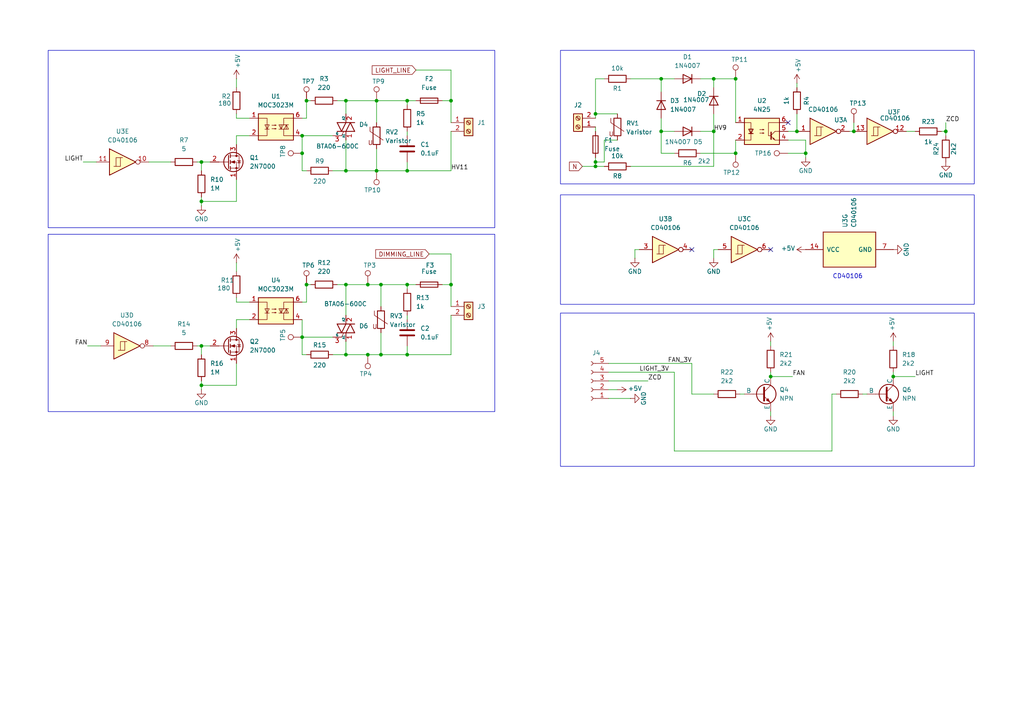
<source format=kicad_sch>
(kicad_sch (version 20250114) (generator "eeschema") (generator_version "9.0")
  (paper "A4")
  (title_block (title "Dimmer PCB") (date "2025-12-28") (rev "V0"))
  (lib_symbols
    (symbol "74xx:74HC14" (pin_names (offset 1.016))
      (property "Reference" "U" (at 0 1.27 0))
      (property "Value" "74HC14" (at 0 -1.27 0))
      (symbol "74HC14_1_0"
        (pin input line (at -7.62 0 0) (length 3.81) (name "~") (number "1"))
        (pin output inverted (at 7.62 0 180) (length 3.81) (name "~") (number "2"))
      )
      (symbol "74HC14_2_0"
        (pin input line (at -7.62 0 0) (length 3.81) (name "~") (number "3"))
        (pin output inverted (at 7.62 0 180) (length 3.81) (name "~") (number "4"))
      )
      (symbol "74HC14_3_0"
        (pin input line (at -7.62 0 0) (length 3.81) (name "~") (number "5"))
        (pin output inverted (at 7.62 0 180) (length 3.81) (name "~") (number "6"))
      )
      (symbol "74HC14_4_0"
        (pin input line (at -7.62 0 0) (length 3.81) (name "~") (number "9"))
        (pin output inverted (at 7.62 0 180) (length 3.81) (name "~") (number "8"))
      )
      (symbol "74HC14_5_0"
        (pin input line (at -7.62 0 0) (length 3.81) (name "~") (number "11"))
        (pin output inverted (at 7.62 0 180) (length 3.81) (name "~") (number "10"))
      )
      (symbol "74HC14_6_0"
        (pin input line (at -7.62 0 0) (length 3.81) (name "~") (number "13"))
        (pin output inverted (at 7.62 0 180) (length 3.81) (name "~") (number "12"))
      )
      (symbol "74HC14_7_0"
        (pin power_in line (at 0 12.7 270) (length 5.08) (name "VCC") (number "14"))
        (pin power_in line (at 0 -12.7 90) (length 5.08) (name "GND") (number "7"))
      )
    )
    (symbol "Connector:Conn_01x05_Socket" (pin_names (offset 1.016) (hide yes))
      (property "Reference" "J" (at 0 7.62 0))
      (property "Value" "Conn_01x05_Socket" (at 0 -7.62 0))
      (symbol "Conn_01x05_Socket_1_1"
        (pin passive line (at -5.08 5.08 0) (length 3.81) (name "Pin_1") (number "1"))
        (pin passive line (at -5.08 2.54 0) (length 3.81) (name "Pin_2") (number "2"))
        (pin passive line (at -5.08 0 0) (length 3.81) (name "Pin_3") (number "3"))
        (pin passive line (at -5.08 -2.54 0) (length 3.81) (name "Pin_4") (number "4"))
        (pin passive line (at -5.08 -5.08 0) (length 3.81) (name "Pin_5") (number "5"))
      )
    )
    (symbol "Connector:Screw_Terminal_01x02" (pin_names (offset 1.016) (hide yes))
      (property "Reference" "J" (at 0 2.54 0))
      (property "Value" "Screw_Terminal_01x02" (at 0 -5.08 0))
      (symbol "Screw_Terminal_01x02_1_1"
        (pin passive line (at -5.08 0 0) (length 3.81) (name "Pin_1") (number "1"))
        (pin passive line (at -5.08 -2.54 0) (length 3.81) (name "Pin_2") (number "2"))
      )
    )
    (symbol "Connector:TestPoint" (pin_numbers (hide yes)) (pin_names (offset 0.762) (hide yes))
      (property "Reference" "TP" (at 0 6.858 0))
      (property "Value" "TestPoint" (at 0 5.08 0))
      (symbol "TestPoint_1_1"
        (pin passive line (at 0 0 90) (length 2.54) (name "1") (number "1"))
      )
    )
    (symbol "Device:C" (pin_numbers (hide yes)) (pin_names (offset 0.254))
      (property "Reference" "C" (at 0.635 2.54 0))
      (property "Value" "C" (at 0.635 -2.54 0))
      (symbol "C_1_1"
        (pin passive line (at 0 3.81 270) (length 2.794) (name "~") (number "1"))
        (pin passive line (at 0 -3.81 90) (length 2.794) (name "~") (number "2"))
      )
    )
    (symbol "Device:Fuse" (pin_numbers (hide yes)) (pin_names (offset 0))
      (property "Reference" "F" (at 2.032 0 90))
      (property "Value" "Fuse" (at -1.905 0 90))
      (symbol "Fuse_1_1"
        (pin passive line (at 0 3.81 270) (length 1.27) (name "~") (number "1"))
        (pin passive line (at 0 -3.81 90) (length 1.27) (name "~") (number "2"))
      )
    )
    (symbol "Device:R" (pin_numbers (hide yes)) (pin_names (offset 0))
      (property "Reference" "R" (at 2.032 0 90))
      (property "Value" "R" (at 0 0 90))
      (symbol "R_1_1"
        (pin passive line (at 0 3.81 270) (length 1.27) (name "~") (number "1"))
        (pin passive line (at 0 -3.81 90) (length 1.27) (name "~") (number "2"))
      )
    )
    (symbol "Device:Varistor" (pin_numbers (hide yes)) (pin_names (offset 0))
      (property "Reference" "RV" (at 3.175 0 90))
      (property "Value" "Varistor" (at -3.175 0 90))
      (symbol "Varistor_0_0"
        (text "U" (at -1.778 -2.032 0) (effects (font (size 1.27 1.27))))
      )
      (symbol "Varistor_1_1"
        (pin passive line (at 0 3.81 270) (length 1.27) (name "~") (number "1"))
        (pin passive line (at 0 -3.81 90) (length 1.27) (name "~") (number "2"))
      )
    )
    (symbol "Diode:1N4007" (pin_numbers (hide yes)) (pin_names (hide yes))
      (property "Reference" "D" (at 0 2.54 0))
      (property "Value" "1N4007" (at 0 -2.54 0))
      (symbol "1N4007_1_1"
        (pin passive line (at -3.81 0 0) (length 2.54) (name "K") (number "1"))
        (pin passive line (at 3.81 0 180) (length 2.54) (name "A") (number "2"))
      )
    )
    (symbol "Isolator:4N25" (pin_names (offset 1.016))
      (property "Reference" "U" (at -5.08 5.08 0))
      (property "Value" "4N25" (at 0 5.08 0))
      (symbol "4N25_1_1"
        (pin passive line (at -7.62 2.54 0) (length 2.54) (name "~") (number "1"))
        (pin passive line (at -7.62 -2.54 0) (length 2.54) (name "~") (number "2"))
        (pin no_connect line (at -5.08 0 0) (length 2.54) (hide yes) (name "NC") (number "3"))
        (pin passive line (at 7.62 2.54 180) (length 2.54) (name "~") (number "6"))
        (pin passive line (at 7.62 0 180) (length 2.54) (name "~") (number "5"))
        (pin passive line (at 7.62 -2.54 180) (length 2.54) (name "~") (number "4"))
      )
    )
    (symbol "Relay_SolidState:MOC3023M"
      (property "Reference" "U" (at -5.334 4.826 0))
      (property "Value" "MOC3023M" (at 0 5.08 0))
      (symbol "MOC3023M_1_1"
        (pin passive line (at -7.62 2.54 0) (length 2.54) (name "~") (number "1"))
        (pin passive line (at -7.62 -2.54 0) (length 2.54) (name "~") (number "2"))
        (pin no_connect line (at -5.08 0 0) (length 2.54) (hide yes) (name "NC") (number "3"))
        (pin no_connect line (at 5.08 0 180) (length 2.54) (hide yes) (name "NC") (number "5"))
        (pin passive line (at 7.62 2.54 180) (length 2.54) (name "~") (number "6"))
        (pin passive line (at 7.62 -2.54 180) (length 2.54) (name "~") (number "4"))
      )
    )
    (symbol "Simulation_SPICE:NPN" (pin_numbers (hide yes)) (pin_names (offset 0))
      (property "Reference" "Q" (at -2.54 7.62 0))
      (property "Value" "NPN" (at -2.54 5.08 0))
      (symbol "NPN_1_1"
        (pin input line (at -5.08 0 0) (length 2.54) (name "B") (number "2"))
        (pin open_collector line (at 2.54 5.08 270) (length 2.54) (name "C") (number "1"))
        (pin open_emitter line (at 2.54 -5.08 90) (length 2.54) (name "E") (number "3"))
      )
    )
    (symbol "Transistor_FET:2N7000" (pin_names (hide yes))
      (property "Reference" "Q" (at 5.08 1.905 0))
      (property "Value" "2N7000" (at 5.08 0 0))
      (symbol "2N7000_1_1"
        (pin input line (at -5.08 0 0) (length 2.54) (name "G") (number "2"))
        (pin passive line (at 2.54 5.08 270) (length 2.54) (name "D") (number "3"))
        (pin passive line (at 2.54 -5.08 90) (length 2.54) (name "S") (number "1"))
      )
    )
    (symbol "Triac_Thyristor:Generic_Triac_A1A2G" (pin_names (offset 0))
      (property "Reference" "D" (at 3.175 0.635 0))
      (property "Value" "Generic_Triac_A1A2G" (at 3.175 -1.27 0))
      (symbol "Generic_Triac_A1A2G_1_1"
        (pin input line (at -3.81 -2.54 0) (length 2.54) (name "G") (number "3"))
        (pin passive line (at 0 3.81 270) (length 2.54) (name "A2") (number "2"))
        (pin passive line (at 0 -3.81 90) (length 2.54) (name "A1") (number "1"))
      )
    )
    (symbol "power:+5V" (power) (pin_numbers (hide yes)) (pin_names (offset 0) (hide yes))
      (property "Value" "+5V" (at 0 3.556 0))
      (symbol "+5V_1_1"
        (pin power_in line (at 0 0 90) (length 0) (name "~") (number "1"))
      )
    )
    (symbol "power:GND" (power) (pin_numbers (hide yes)) (pin_names (offset 0) (hide yes))
      (property "Value" "GND" (at 0 -3.81 0))
      (symbol "GND_1_1"
        (pin power_in line (at 0 0 270) (length 0) (name "~") (number "1"))
      )
    )
  )
  (rectangle (start 13.97 67.945) (end 143.51 119.38))
  (rectangle (start 13.97 14.605) (end 143.51 66.04))
  (rectangle (start 162.56 14.605) (end 282.575 53.34))
  (rectangle (start 162.56 90.805) (end 282.575 135.255))
  (rectangle (start 162.56 56.515) (end 282.575 88.265))
  (text "CD40106" (at 245.872 80.264 0) (effects (font (size 1.27 1.27))))
  (junction (at 106.68 102.87))
  (junction (at 191.77 38.1))
  (junction (at 58.42 111.76))
  (junction (at 207.01 38.1))
  (junction (at 87.63 97.79))
  (junction (at 231.14 38.1))
  (junction (at 118.11 82.55))
  (junction (at 100.33 49.53))
  (junction (at 130.81 29.21))
  (junction (at 100.33 29.21))
  (junction (at 87.63 44.45))
  (junction (at 247.65 38.1))
  (junction (at 88.9 29.21))
  (junction (at 233.68 44.45))
  (junction (at 223.52 109.22))
  (junction (at 58.42 46.99))
  (junction (at 118.11 49.53))
  (junction (at 118.11 102.87))
  (junction (at 88.9 82.55))
  (junction (at 172.72 48.26))
  (junction (at 87.63 39.37))
  (junction (at 118.11 29.21))
  (junction (at 100.33 102.87))
  (junction (at 109.22 29.21))
  (junction (at 109.22 49.53))
  (junction (at 58.42 58.42))
  (junction (at 100.33 82.55))
  (junction (at 274.32 38.1))
  (junction (at 259.08 109.22))
  (junction (at 172.72 46.99))
  (junction (at 207.01 22.86))
  (junction (at 58.42 100.33))
  (junction (at 110.49 102.87))
  (junction (at 130.81 82.55))
  (junction (at 213.36 22.86))
  (junction (at 213.36 44.45))
  (junction (at 106.68 82.55))
  (junction (at 172.72 33.02))
  (junction (at 191.77 22.86))
  (junction (at 110.49 82.55))
  (no_connect (at 223.52 72.39))
  (no_connect (at 200.66 72.39))
  (no_connect (at 228.6 35.56))
  (wire (pts (xy 195.58 107.95) (xy 176.53 107.95)))
  (wire (pts (xy 130.81 88.9) (xy 130.81 82.55)))
  (wire (pts (xy 87.63 97.79) (xy 87.63 92.71)))
  (wire (pts (xy 273.05 38.1) (xy 274.32 38.1)))
  (wire (pts (xy 191.77 44.45) (xy 195.58 44.45)))
  (wire (pts (xy 68.58 34.29) (xy 72.39 34.29)))
  (wire (pts (xy 88.9 49.53) (xy 87.63 49.53)))
  (wire (pts (xy 182.88 115.57) (xy 176.53 115.57)))
  (wire (pts (xy 207.01 72.39) (xy 207.01 74.93)))
  (wire (pts (xy 182.88 48.26) (xy 207.01 48.26)))
  (wire (pts (xy 118.11 46.99) (xy 118.11 49.53)))
  (wire (pts (xy 191.77 34.29) (xy 191.77 38.1)))
  (wire (pts (xy 109.22 43.18) (xy 109.22 49.53)))
  (wire (pts (xy 88.9 87.63) (xy 88.9 82.55)))
  (wire (pts (xy 58.42 102.87) (xy 58.42 100.33)))
  (wire (pts (xy 130.81 91.44) (xy 130.81 102.87)))
  (wire (pts (xy 124.46 73.66) (xy 130.81 73.66)))
  (wire (pts (xy 191.77 44.45) (xy 191.77 38.1)))
  (wire (pts (xy 97.79 82.55) (xy 100.33 82.55)))
  (wire (pts (xy 100.33 49.53) (xy 109.22 49.53)))
  (wire (pts (xy 179.07 40.64) (xy 175.26 40.64)))
  (wire (pts (xy 228.6 44.45) (xy 233.68 44.45)))
  (wire (pts (xy 231.14 33.02) (xy 231.14 38.1)))
  (wire (pts (xy 195.58 107.95) (xy 195.58 130.81)))
  (wire (pts (xy 57.15 100.33) (xy 58.42 100.33)))
  (wire (pts (xy 58.42 110.49) (xy 58.42 111.76)))
  (wire (pts (xy 87.63 34.29) (xy 88.9 34.29)))
  (wire (pts (xy 200.66 105.41) (xy 200.66 114.3)))
  (wire (pts (xy 58.42 100.33) (xy 60.96 100.33)))
  (wire (pts (xy 110.49 82.55) (xy 118.11 82.55)))
  (wire (pts (xy 130.81 20.32) (xy 130.81 29.21)))
  (wire (pts (xy 184.15 72.39) (xy 185.42 72.39)))
  (wire (pts (xy 130.81 102.87) (xy 118.11 102.87)))
  (wire (pts (xy 100.33 29.21) (xy 100.33 33.02)))
  (wire (pts (xy 96.52 102.87) (xy 100.33 102.87)))
  (wire (pts (xy 87.63 39.37) (xy 87.63 44.45)))
  (wire (pts (xy 68.58 22.86) (xy 68.58 25.4)))
  (wire (pts (xy 223.52 109.22) (xy 229.87 109.22)))
  (wire (pts (xy 176.53 113.03) (xy 179.07 113.03)))
  (wire (pts (xy 88.9 102.87) (xy 87.63 102.87)))
  (wire (pts (xy 213.36 35.56) (xy 213.36 22.86)))
  (wire (pts (xy 233.68 44.45) (xy 233.68 45.72)))
  (wire (pts (xy 274.32 38.1) (xy 274.32 39.37)))
  (wire (pts (xy 88.9 82.55) (xy 90.17 82.55)))
  (wire (pts (xy 87.63 97.79) (xy 96.52 97.79)))
  (wire (pts (xy 58.42 49.53) (xy 58.42 46.99)))
  (wire (pts (xy 187.96 110.49) (xy 176.53 110.49)))
  (wire (pts (xy 118.11 83.82) (xy 118.11 82.55)))
  (wire (pts (xy 100.33 40.64) (xy 100.33 49.53)))
  (wire (pts (xy 130.81 49.53) (xy 118.11 49.53)))
  (wire (pts (xy 25.4 100.33) (xy 29.21 100.33)))
  (wire (pts (xy 106.68 102.87) (xy 110.49 102.87)))
  (wire (pts (xy 44.45 100.33) (xy 49.53 100.33)))
  (wire (pts (xy 68.58 105.41) (xy 68.58 111.76)))
  (wire (pts (xy 110.49 82.55) (xy 110.49 88.9)))
  (wire (pts (xy 241.3 114.3) (xy 242.57 114.3)))
  (wire (pts (xy 195.58 130.81) (xy 241.3 130.81)))
  (wire (pts (xy 207.01 33.02) (xy 207.01 38.1)))
  (wire (pts (xy 68.58 92.71) (xy 72.39 92.71)))
  (wire (pts (xy 262.89 38.1) (xy 265.43 38.1)))
  (wire (pts (xy 87.63 87.63) (xy 88.9 87.63)))
  (wire (pts (xy 68.58 39.37) (xy 72.39 39.37)))
  (wire (pts (xy 213.36 22.86) (xy 207.01 22.86)))
  (wire (pts (xy 223.52 119.38) (xy 223.52 120.65)))
  (wire (pts (xy 120.65 29.21) (xy 118.11 29.21)))
  (wire (pts (xy 259.08 119.38) (xy 259.08 120.65)))
  (wire (pts (xy 203.2 44.45) (xy 213.36 44.45)))
  (wire (pts (xy 109.22 49.53) (xy 118.11 49.53)))
  (wire (pts (xy 130.81 35.56) (xy 130.81 29.21)))
  (wire (pts (xy 58.42 57.15) (xy 58.42 58.42)))
  (wire (pts (xy 87.63 102.87) (xy 87.63 97.79)))
  (wire (pts (xy 68.58 39.37) (xy 68.58 41.91)))
  (wire (pts (xy 233.68 40.64) (xy 233.68 44.45)))
  (wire (pts (xy 118.11 38.1) (xy 118.11 39.37)))
  (wire (pts (xy 191.77 22.86) (xy 191.77 26.67)))
  (wire (pts (xy 182.88 22.86) (xy 191.77 22.86)))
  (wire (pts (xy 43.18 46.99) (xy 49.53 46.99)))
  (wire (pts (xy 96.52 49.53) (xy 100.33 49.53)))
  (wire (pts (xy 191.77 38.1) (xy 195.58 38.1)))
  (wire (pts (xy 57.15 46.99) (xy 58.42 46.99)))
  (wire (pts (xy 223.52 107.95) (xy 223.52 109.22)))
  (wire (pts (xy 172.72 36.83) (xy 172.72 38.1)))
  (wire (pts (xy 58.42 111.76) (xy 68.58 111.76)))
  (wire (pts (xy 172.72 45.72) (xy 172.72 46.99)))
  (wire (pts (xy 120.65 82.55) (xy 118.11 82.55)))
  (wire (pts (xy 130.81 38.1) (xy 130.81 49.53)))
  (wire (pts (xy 191.77 22.86) (xy 195.58 22.86)))
  (wire (pts (xy 118.11 100.33) (xy 118.11 102.87)))
  (wire (pts (xy 24.13 46.99) (xy 27.94 46.99)))
  (wire (pts (xy 68.58 76.2) (xy 68.58 78.74)))
  (wire (pts (xy 172.72 33.02) (xy 179.07 33.02)))
  (wire (pts (xy 100.33 102.87) (xy 106.68 102.87)))
  (wire (pts (xy 130.81 82.55) (xy 128.27 82.55)))
  (wire (pts (xy 130.81 29.21) (xy 128.27 29.21)))
  (wire (pts (xy 100.33 82.55) (xy 100.33 91.44)))
  (wire (pts (xy 175.26 46.99) (xy 172.72 46.99)))
  (wire (pts (xy 100.33 82.55) (xy 106.68 82.55)))
  (wire (pts (xy 87.63 39.37) (xy 96.52 39.37)))
  (wire (pts (xy 207.01 38.1) (xy 203.2 38.1)))
  (wire (pts (xy 207.01 22.86) (xy 207.01 25.4)))
  (wire (pts (xy 68.58 87.63) (xy 72.39 87.63)))
  (wire (pts (xy 207.01 48.26) (xy 207.01 38.1)))
  (wire (pts (xy 250.19 114.3) (xy 251.46 114.3)))
  (wire (pts (xy 246.38 38.1) (xy 247.65 38.1)))
  (wire (pts (xy 68.58 33.02) (xy 68.58 34.29)))
  (wire (pts (xy 228.6 40.64) (xy 233.68 40.64)))
  (wire (pts (xy 228.6 38.1) (xy 231.14 38.1)))
  (wire (pts (xy 88.9 34.29) (xy 88.9 29.21)))
  (wire (pts (xy 259.08 109.22) (xy 265.43 109.22)))
  (wire (pts (xy 176.53 105.41) (xy 200.66 105.41)))
  (wire (pts (xy 214.63 114.3) (xy 215.9 114.3)))
  (wire (pts (xy 184.15 72.39) (xy 184.15 74.93)))
  (wire (pts (xy 58.42 111.76) (xy 58.42 113.03)))
  (wire (pts (xy 87.63 44.45) (xy 87.63 49.53)))
  (wire (pts (xy 175.26 40.64) (xy 175.26 46.99)))
  (wire (pts (xy 172.72 46.99) (xy 172.72 48.26)))
  (wire (pts (xy 118.11 30.48) (xy 118.11 29.21)))
  (wire (pts (xy 88.9 29.21) (xy 90.17 29.21)))
  (wire (pts (xy 241.3 130.81) (xy 241.3 114.3)))
  (wire (pts (xy 207.01 72.39) (xy 208.28 72.39)))
  (wire (pts (xy 100.33 99.06) (xy 100.33 102.87)))
  (wire (pts (xy 213.36 44.45) (xy 213.36 40.64)))
  (wire (pts (xy 68.58 92.71) (xy 68.58 95.25)))
  (wire (pts (xy 172.72 22.86) (xy 175.26 22.86)))
  (wire (pts (xy 97.79 29.21) (xy 100.33 29.21)))
  (wire (pts (xy 130.81 73.66) (xy 130.81 82.55)))
  (wire (pts (xy 110.49 102.87) (xy 118.11 102.87)))
  (wire (pts (xy 110.49 96.52) (xy 110.49 102.87)))
  (wire (pts (xy 274.32 38.1) (xy 274.32 35.56)))
  (wire (pts (xy 118.11 91.44) (xy 118.11 92.71)))
  (wire (pts (xy 172.72 48.26) (xy 175.26 48.26)))
  (wire (pts (xy 172.72 22.86) (xy 172.72 33.02)))
  (wire (pts (xy 106.68 82.55) (xy 110.49 82.55)))
  (wire (pts (xy 58.42 46.99) (xy 60.96 46.99)))
  (wire (pts (xy 247.65 35.56) (xy 247.65 38.1)))
  (wire (pts (xy 172.72 33.02) (xy 172.72 34.29)))
  (wire (pts (xy 200.66 114.3) (xy 207.01 114.3)))
  (wire (pts (xy 68.58 52.07) (xy 68.58 58.42)))
  (wire (pts (xy 231.14 24.13) (xy 231.14 25.4)))
  (wire (pts (xy 100.33 29.21) (xy 109.22 29.21)))
  (wire (pts (xy 109.22 29.21) (xy 118.11 29.21)))
  (wire (pts (xy 120.65 20.32) (xy 130.81 20.32)))
  (wire (pts (xy 58.42 58.42) (xy 68.58 58.42)))
  (wire (pts (xy 203.2 22.86) (xy 207.01 22.86)))
  (wire (pts (xy 109.22 29.21) (xy 109.22 35.56)))
  (wire (pts (xy 68.58 86.36) (xy 68.58 87.63)))
  (wire (pts (xy 259.08 99.06) (xy 259.08 100.33)))
  (wire (pts (xy 168.91 48.26) (xy 172.72 48.26)))
  (wire (pts (xy 223.52 99.06) (xy 223.52 100.33)))
  (wire (pts (xy 259.08 107.95) (xy 259.08 109.22)))
  (wire (pts (xy 58.42 58.42) (xy 58.42 59.69)))
  (label "ZCD" (at 274.32 35.56 0))
  (label "FAN_3V" (at 193.675 105.41 0))
  (label "HV11" (at 130.81 49.53 0))
  (label "HV9" (at 207.01 38.1 0))
  (label "LIGHT_3V" (at 185.42 107.95 0))
  (label "ZCD" (at 187.96 110.49 0))
  (label "FAN" (at 25.4 100.33 180))
  (label "LIGHT" (at 24.13 46.99 180))
  (label "FAN" (at 229.87 109.22 0))
  (label "LIGHT" (at 265.43 109.22 0))
  (global_label "DIMMING_LINE" (shape input) (at 124.46 73.66 180) (property "Intersheetrefs" "${INTERSHEET_REFS}" (effects (hide yes))))
  (global_label "LIGHT_LINE" (shape input) (at 120.65 20.32 180) (property "Intersheetrefs" "${INTERSHEET_REFS}" (effects (hide yes))))
  (global_label "N" (shape input) (at 168.91 48.26 180) (property "Intersheetrefs" "${INTERSHEET_REFS}" (effects (hide yes))))
  (symbol (lib_id "Device:Varistor") (at 179.07 36.83 0) (unit 1)
    (property "Reference" "RV1" (at 181.61 35.7532 0) (effects (justify left)))
    (property "Value" "Varistor" (at 181.61 38.2932 0) (effects (justify left)))
    (property "Footprint" "Varistor:RV_Disc_D15.5mm_W4.2mm_P7.5mm" (effects (hide yes)))
    (property "Description" "VARISTOR 14mm 14N681K" (effects (hide yes)))
    (property "Sim.Name" "kicad_builtin_varistor" (effects (hide yes)))
    (property "Sim.Device" "SUBCKT" (effects (hide yes)))
    (property "Sim.Pins" "1=A 2=B" (effects (hide yes)))
    (property "Sim.Params" "threshold=1k" (effects (hide yes)))
    (property "Sim.Library" "${KICAD9_SYMBOL_DIR}/Simulation_SPICE.sp" (effects (hide yes)))
  )
  (symbol (lib_id "Device:R") (at 118.11 87.63 180) (unit 1)
    (property "Reference" "R13" (at 120.65 86.3599 0) (effects (justify right)))
    (property "Value" "1k" (at 120.65 88.8999 0) (effects (justify right)))
    (property "Footprint" "Resistor_THT:R_Axial_DIN0614_L14.3mm_D5.7mm_P15.24mm_Horizontal" (effects (hide yes)))
    (property "Description" "METALFILM 1K 3W" (effects (hide yes)))
  )
  (symbol (lib_id "power:+5V") (at 231.14 24.13 0) (unit 1)
    (property "Reference" "#PWR02" (effects (hide yes)))
    (property "Value" "+5V" (at 231.4956 21.082 90) (effects (justify left)))
    (property "Description" "Power symbol creates a global label with name \"+5V\"" (effects (hide yes)))
  )
  (symbol (lib_id "Connector:Screw_Terminal_01x02") (at 135.89 35.56 0) (unit 1)
    (property "Reference" "J1" (at 138.43 35.5599 0) (effects (justify left)))
    (property "Value" "Screw_Terminal_01x02" (effects (hide yes)))
    (property "Footprint" "TerminalBlock_Phoenix:TerminalBlock_Phoenix_MKDS-1,5-2-5.08_1x02_P5.08mm_Horizontal" (effects (hide yes)))
    (property "Description" "Borneras de 2 terminales" (effects (hide yes)))
  )
  (symbol (lib_id "74xx:74HC14") (at 238.76 38.1 0) (unit 1)
    (property "Reference" "U3" (at 243.84 34.798 0))
    (property "Value" "CD40106" (at 238.76 31.75 0))
    (property "Footprint" "Package_DIP:DIP-14_W7.62mm_Socket_LongPads" (effects (hide yes)))
    (property "Datasheet" "http://www.ti.com/lit/gpn/sn74HC14" (effects (hide yes)))
    (property "Description" "Hex inverter schmitt trigger" (effects (hide yes)))
  )
  (symbol (lib_id "Device:R") (at 92.71 102.87 90) (unit 1)
    (property "Reference" "R15" (at 92.71 100.076 90))
    (property "Value" "220" (at 92.71 105.918 90))
    (property "Footprint" "Resistor_THT:R_Axial_DIN0204_L3.6mm_D1.6mm_P7.62mm_Horizontal" (effects (hide yes)))
    (property "Description" "Resistor 220 1/2W" (effects (hide yes)))
  )
  (symbol (lib_id "power:+5V") (at 68.58 22.86 0) (unit 1)
    (property "Reference" "#PWR01" (effects (hide yes)))
    (property "Value" "+5V" (at 68.9356 19.812 90) (effects (justify left)))
    (property "Description" "Power symbol creates a global label with name \"+5V\"" (effects (hide yes)))
  )
  (symbol (lib_id "Connector:TestPoint") (at 213.36 22.86 0) (unit 1)
    (property "Reference" "TP11" (at 212.09 17.272 0) (effects (justify left)))
    (property "Value" "TestPoint" (effects (hide yes)))
    (property "Footprint" "Connector_PinHeader_2.54mm:PinHeader_1x01_P2.54mm_Vertical" (effects (hide yes)))
    (property "Description" "test point" (effects (hide yes)))
  )
  (symbol (lib_id "Device:R") (at 274.32 43.18 180) (unit 1)
    (property "Reference" "R24" (at 271.526 43.18 90))
    (property "Value" "2k2" (at 276.606 43.18 90))
    (property "Footprint" "Resistor_THT:R_Axial_DIN0207_L6.3mm_D2.5mm_P7.62mm_Horizontal" (effects (hide yes)))
    (property "Description" "Resistor 1k 1/4W" (effects (hide yes)))
  )
  (symbol (lib_id "Connector:TestPoint") (at 87.63 97.79 90) (unit 1)
    (property "Reference" "TP5" (at 82.042 99.06 0) (effects (justify left)))
    (property "Value" "TestPoint" (effects (hide yes)))
    (property "Footprint" "Connector_PinHeader_2.54mm:PinHeader_1x01_P2.54mm_Vertical" (effects (hide yes)))
    (property "Description" "test point" (effects (hide yes)))
  )
  (symbol (lib_id "Relay_SolidState:MOC3023M") (at 80.01 36.83 0) (unit 1)
    (property "Reference" "U1" (at 80.01 27.94 0))
    (property "Value" "MOC3023M" (at 80.01 30.48 0))
    (property "Footprint" "Package_DIP:DIP-6_W7.62mm_Socket_LongPads" (effects (hide yes)))
    (property "Datasheet" "https://www.onsemi.com/pub/Collateral/MOC3023M-D.PDF" (effects (hide yes)))
    (property "Description" "Random Phase Opto-Triac, Vdrm 400V, Ift 5mA, DIP6" (effects (hide yes)))
  )
  (symbol (lib_id "Transistor_FET:2N7000") (at 66.04 100.33 0) (unit 1)
    (property "Reference" "Q2" (at 72.39 99.0599 0) (effects (justify left)))
    (property "Value" "2N7000" (at 72.39 101.5999 0) (effects (justify left)))
    (property "Footprint" "Package_TO_SOT_THT:TO-92_Wide" (effects (hide yes)))
    (property "Datasheet" "https://www.vishay.com/docs/70226/70226.pdf" (effects (hide yes)))
    (property "Description" "0.2A Id, 200V Vds, N-Channel MOSFET, 2.6V Logic Level, TO-92" (effects (hide yes)))
  )
  (symbol (lib_id "Device:C") (at 118.11 43.18 0) (unit 1)
    (property "Reference" "C1" (at 121.92 41.9099 0) (effects (justify left)))
    (property "Value" "0.1uF" (at 121.92 44.4499 0) (effects (justify left)))
    (property "Footprint" "Capacitor_THT:C_Rect_L18.0mm_W9.0mm_P15.00mm_FKS3_FKP3" (effects (hide yes)))
    (property "Description" "Capacitor poliester 2000 V" (effects (hide yes)))
  )
  (symbol (lib_id "Device:R") (at 68.58 82.55 0) (unit 1)
    (property "Reference" "R11" (at 64.008 81.28 0) (effects (justify left)))
    (property "Value" "180" (at 62.992 83.566 0) (effects (justify left)))
    (property "Footprint" "Resistor_THT:R_Axial_DIN0204_L3.6mm_D1.6mm_P7.62mm_Horizontal" (effects (hide yes)))
    (property "Description" "Resistor 180 1/4W" (effects (hide yes)))
  )
  (symbol (lib_id "74xx:74HC14") (at 193.04 72.39 0) (unit 2)
    (property "Reference" "U3" (at 193.04 63.5 0))
    (property "Value" "CD40106" (at 193.04 66.04 0))
    (property "Footprint" "Package_DIP:DIP-14_W7.62mm_Socket_LongPads" (effects (hide yes)))
    (property "Datasheet" "http://www.ti.com/lit/gpn/sn74HC14" (effects (hide yes)))
    (property "Description" "Hex inverter schmitt trigger" (effects (hide yes)))
  )
  (symbol (lib_id "power:GND") (at 58.42 59.69 0) (unit 1)
    (property "Reference" "#PWR04" (effects (hide yes)))
    (property "Value" "GND" (at 58.42 63.5 0))
    (property "Description" "Power symbol creates a global label with name \"GND\" , ground" (effects (hide yes)))
  )
  (symbol (lib_id "Device:R") (at 53.34 46.99 90) (unit 1)
    (property "Reference" "R7" (at 53.34 40.64 90))
    (property "Value" "5" (at 53.34 43.18 90))
    (property "Footprint" "Resistor_THT:R_Axial_DIN0204_L3.6mm_D1.6mm_P7.62mm_Horizontal" (effects (hide yes)))
    (property "Description" "Resistor 1/4 W" (effects (hide yes)))
  )
  (symbol (lib_id "Device:R") (at 179.07 48.26 270) (unit 1)
    (property "Reference" "R8" (at 179.07 51.054 90))
    (property "Value" "10k" (at 179.07 45.212 90))
    (property "Footprint" "Resistor_THT:R_Axial_DIN0516_L15.5mm_D5.0mm_P20.32mm_Horizontal" (effects (hide yes)))
    (property "Description" "Resistor 10k 3W" (effects (hide yes)))
  )
  (symbol (lib_id "Connector:Conn_01x05_Socket") (at 171.45 110.49 180) (unit 1)
    (property "Reference" "J4" (at 172.974 102.362 0))
    (property "Value" "Conn_01x05_Socket" (effects (hide yes)))
    (property "Footprint" "Connector_PinHeader_2.54mm:PinHeader_1x05_P2.54mm_Vertical" (effects (hide yes)))
    (property "Description" "Tira de pines macho en ángulo" (effects (hide yes)))
  )
  (symbol (lib_id "Device:R") (at 223.52 104.14 180) (unit 1)
    (property "Reference" "R21" (at 226.06 102.8699 0) (effects (justify right)))
    (property "Value" "2k2" (at 226.06 105.4099 0) (effects (justify right)))
    (property "Footprint" "Resistor_THT:R_Axial_DIN0207_L6.3mm_D2.5mm_P7.62mm_Horizontal" (effects (hide yes)))
    (property "Description" "Resistor 220 1/2W" (effects (hide yes)))
  )
  (symbol (lib_id "74xx:74HC14") (at 246.38 72.39 90) (unit 7)
    (property "Reference" "U3" (at 245.1099 66.04 0) (effects (justify left)))
    (property "Value" "CD40106" (at 247.6499 66.04 0) (effects (justify left)))
    (property "Footprint" "Package_DIP:DIP-14_W7.62mm_Socket_LongPads" (effects (hide yes)))
    (property "Datasheet" "http://www.ti.com/lit/gpn/sn74HC14" (effects (hide yes)))
    (property "Description" "Hex inverter schmitt trigger" (effects (hide yes)))
  )
  (symbol (lib_id "Connector:Screw_Terminal_01x02") (at 135.89 88.9 0) (unit 1)
    (property "Reference" "J3" (at 138.43 88.8999 0) (effects (justify left)))
    (property "Value" "Screw_Terminal_01x02" (effects (hide yes)))
    (property "Footprint" "TerminalBlock_Phoenix:TerminalBlock_Phoenix_MKDS-1,5-2-5.08_1x02_P5.08mm_Horizontal" (effects (hide yes)))
    (property "Description" "Borneras de 2 terminales" (effects (hide yes)))
  )
  (symbol (lib_id "Connector:TestPoint") (at 109.22 49.53 180) (unit 1)
    (property "Reference" "TP10" (at 110.49 55.118 0) (effects (justify left)))
    (property "Value" "TestPoint" (effects (hide yes)))
    (property "Footprint" "Connector_PinHeader_2.54mm:PinHeader_1x01_P2.54mm_Vertical" (effects (hide yes)))
    (property "Description" "test point" (effects (hide yes)))
  )
  (symbol (lib_id "power:GND") (at 259.08 72.39 90) (unit 1)
    (property "Reference" "#PWR06" (effects (hide yes)))
    (property "Value" "GND" (at 262.89 72.39 0))
    (property "Description" "Power symbol creates a global label with name \"GND\" , ground" (effects (hide yes)))
  )
  (symbol (lib_id "Diode:1N4007") (at 191.77 30.48 270) (unit 1)
    (property "Reference" "D3" (at 194.31 29.2099 90) (effects (justify left)))
    (property "Value" "1N4007" (at 194.31 31.7499 90) (effects (justify left)))
    (property "Footprint" "Diode_THT:D_DO-41_SOD81_P10.16mm_Horizontal" (effects (hide yes)))
    (property "Datasheet" "http://www.vishay.com/docs/88503/1n4001.pdf" (effects (hide yes)))
    (property "Description" "1000V 1A General Purpose Rectifier Diode, DO-41" (effects (hide yes)))
    (property "Sim.Device" "D" (effects (hide yes)))
    (property "Sim.Pins" "1=K 2=A" (effects (hide yes)))
  )
  (symbol (lib_id "Device:R") (at 199.39 44.45 270) (unit 1)
    (property "Reference" "R6" (at 199.39 47.244 90))
    (property "Value" "2k2" (at 204.216 46.736 90))
    (property "Footprint" "Resistor_THT:R_Axial_DIN0207_L6.3mm_D2.5mm_P7.62mm_Horizontal" (effects (hide yes)))
    (property "Description" "Resistor 2k 1W" (effects (hide yes)))
  )
  (symbol (lib_id "Diode:1N4007") (at 199.39 38.1 180) (unit 1)
    (property "Reference" "D5" (at 202.438 41.148 0))
    (property "Value" "1N4007" (at 196.596 41.148 0))
    (property "Footprint" "Diode_THT:D_DO-41_SOD81_P10.16mm_Horizontal" (effects (hide yes)))
    (property "Datasheet" "http://www.vishay.com/docs/88503/1n4001.pdf" (effects (hide yes)))
    (property "Description" "1000V 1A General Purpose Rectifier Diode, DO-41" (effects (hide yes)))
    (property "Sim.Device" "D" (effects (hide yes)))
    (property "Sim.Pins" "1=K 2=A" (effects (hide yes)))
  )
  (symbol (lib_id "Connector:TestPoint") (at 247.65 35.56 0) (unit 1)
    (property "Reference" "TP13" (at 246.38 29.972 0) (effects (justify left)))
    (property "Value" "TestPoint" (effects (hide yes)))
    (property "Footprint" "Connector_PinHeader_2.54mm:PinHeader_1x01_P2.54mm_Vertical" (effects (hide yes)))
    (property "Description" "test point" (effects (hide yes)))
  )
  (symbol (lib_id "Device:R") (at 231.14 29.21 0) (unit 1)
    (property "Reference" "R4" (at 233.934 29.21 90))
    (property "Value" "1k" (at 228.092 29.21 90))
    (property "Footprint" "Resistor_THT:R_Axial_DIN0207_L6.3mm_D2.5mm_P7.62mm_Horizontal" (effects (hide yes)))
    (property "Description" "Resistor 1k 1/4W" (effects (hide yes)))
  )
  (symbol (lib_id "Triac_Thyristor:Generic_Triac_A1A2G") (at 100.33 36.83 0) (unit 1)
    (property "Reference" "D4" (at 104.14 36.1314 0) (effects (justify left)))
    (property "Value" "BTA06-600C" (at 91.694 42.418 0) (effects (justify left)))
    (property "Footprint" "Package_TO_SOT_THT:TO-220-3_Vertical" (effects (hide yes)))
    (property "Description" "Triac BTA06-600C" (effects (hide yes)))
  )
  (symbol (lib_id "Device:R") (at 210.82 114.3 270) (unit 1)
    (property "Reference" "R22" (at 210.82 107.95 90))
    (property "Value" "2k2" (at 210.82 110.49 90))
    (property "Footprint" "Resistor_THT:R_Axial_DIN0207_L6.3mm_D2.5mm_P7.62mm_Horizontal" (effects (hide yes)))
    (property "Description" "Resistor 1/4 W" (effects (hide yes)))
  )
  (symbol (lib_id "Connector:TestPoint") (at 106.68 82.55 0) (unit 1)
    (property "Reference" "TP3" (at 105.41 76.962 0) (effects (justify left)))
    (property "Value" "TestPoint" (effects (hide yes)))
    (property "Footprint" "Connector_PinHeader_2.54mm:PinHeader_1x01_P2.54mm_Vertical" (effects (hide yes)))
    (property "Description" "test point" (effects (hide yes)))
  )
  (symbol (lib_id "Device:R") (at 92.71 49.53 90) (unit 1)
    (property "Reference" "R9" (at 92.71 46.736 90))
    (property "Value" "220" (at 92.71 52.578 90))
    (property "Footprint" "Resistor_THT:R_Axial_DIN0204_L3.6mm_D1.6mm_P7.62mm_Horizontal" (effects (hide yes)))
    (property "Description" "Resistor 220 1/2W" (effects (hide yes)))
  )
  (symbol (lib_id "Device:R") (at 68.58 29.21 0) (unit 1)
    (property "Reference" "R2" (at 64.262 27.94 0) (effects (justify left)))
    (property "Value" "180" (at 63.246 29.972 0) (effects (justify left)))
    (property "Footprint" "Resistor_THT:R_Axial_DIN0204_L3.6mm_D1.6mm_P7.62mm_Horizontal" (effects (hide yes)))
    (property "Description" "Resistor 180 1/4W" (effects (hide yes)))
  )
  (symbol (lib_id "Device:Fuse") (at 172.72 41.91 180) (unit 1)
    (property "Reference" "F1" (at 175.26 40.6399 0) (effects (justify right)))
    (property "Value" "Fuse" (at 175.26 43.1799 0) (effects (justify right)))
    (property "Footprint" "Fuse:Fuseholder_Clip-5x20mm_Bel_FC-203-22_Lateral_P17.80x5.00mm_D1.17mm_Horizontal" (effects (hide yes)))
    (property "Description" "CLIP PORTAFUSE 20x5mm H" (effects (hide yes)))
  )
  (symbol (lib_id "Device:R") (at 259.08 104.14 180) (unit 1)
    (property "Reference" "R18" (at 261.62 102.8699 0) (effects (justify right)))
    (property "Value" "2k2" (at 261.62 105.4099 0) (effects (justify right)))
    (property "Footprint" "Resistor_THT:R_Axial_DIN0207_L6.3mm_D2.5mm_P7.62mm_Horizontal" (effects (hide yes)))
    (property "Description" "Resistor 220 1/2W" (effects (hide yes)))
  )
  (symbol (lib_id "power:GND") (at 259.08 120.65 0) (unit 1)
    (property "Reference" "#PWR015" (effects (hide yes)))
    (property "Value" "GND" (at 259.08 124.46 0))
    (property "Description" "Power symbol creates a global label with name \"GND\" , ground" (effects (hide yes)))
  )
  (symbol (lib_id "Device:R") (at 93.98 82.55 90) (unit 1)
    (property "Reference" "R12" (at 93.98 76.2 90))
    (property "Value" "220" (at 93.98 78.74 90))
    (property "Footprint" "Resistor_THT:R_Axial_DIN0204_L3.6mm_D1.6mm_P7.62mm_Horizontal" (effects (hide yes)))
    (property "Description" "Resistor 220 1/2W" (effects (hide yes)))
  )
  (symbol (lib_id "74xx:74HC14") (at 35.56 46.99 0) (unit 5)
    (property "Reference" "U3" (at 35.56 38.1 0))
    (property "Value" "CD40106" (at 35.56 40.64 0))
    (property "Footprint" "Package_DIP:DIP-14_W7.62mm_Socket_LongPads" (effects (hide yes)))
    (property "Datasheet" "http://www.ti.com/lit/gpn/sn74HC14" (effects (hide yes)))
    (property "Description" "Hex inverter schmitt trigger" (effects (hide yes)))
  )
  (symbol (lib_id "Device:Fuse") (at 124.46 29.21 90) (unit 1)
    (property "Reference" "F2" (at 124.46 22.86 90))
    (property "Value" "Fuse" (at 124.46 25.4 90))
    (property "Footprint" "Fuse:Fuseholder_Clip-5x20mm_Bel_FC-203-22_Lateral_P17.80x5.00mm_D1.17mm_Horizontal" (effects (hide yes)))
    (property "Description" "CLIP PORTAFUSE 20x5mm H" (effects (hide yes)))
  )
  (symbol (lib_id "power:GND") (at 223.52 120.65 0) (unit 1)
    (property "Reference" "#PWR018" (effects (hide yes)))
    (property "Value" "GND" (at 223.52 124.46 0))
    (property "Description" "Power symbol creates a global label with name \"GND\" , ground" (effects (hide yes)))
  )
  (symbol (lib_id "Device:Varistor") (at 109.22 39.37 0) (unit 1)
    (property "Reference" "RV2" (at 111.76 38.2932 0) (effects (justify left)))
    (property "Value" "Varistor" (at 111.76 40.8332 0) (effects (justify left)))
    (property "Footprint" "Varistor:RV_Disc_D15.5mm_W4.2mm_P7.5mm" (effects (hide yes)))
    (property "Description" "VARISTOR 14mm 14N681K" (effects (hide yes)))
    (property "Sim.Name" "kicad_builtin_varistor" (effects (hide yes)))
    (property "Sim.Device" "SUBCKT" (effects (hide yes)))
    (property "Sim.Pins" "1=A 2=B" (effects (hide yes)))
    (property "Sim.Params" "threshold=1k" (effects (hide yes)))
    (property "Sim.Library" "${KICAD9_SYMBOL_DIR}/Simulation_SPICE.sp" (effects (hide yes)))
  )
  (symbol (lib_id "Connector:TestPoint") (at 88.9 82.55 0) (unit 1)
    (property "Reference" "TP6" (at 87.63 76.962 0) (effects (justify left)))
    (property "Value" "TestPoint" (effects (hide yes)))
    (property "Footprint" "Connector_PinHeader_2.54mm:PinHeader_1x01_P2.54mm_Vertical" (effects (hide yes)))
    (property "Description" "test point" (effects (hide yes)))
  )
  (symbol (lib_id "Connector:TestPoint") (at 87.63 44.45 90) (unit 1)
    (property "Reference" "TP8" (at 82.042 45.72 0) (effects (justify left)))
    (property "Value" "TestPoint" (effects (hide yes)))
    (property "Footprint" "Connector_PinHeader_2.54mm:PinHeader_1x01_P2.54mm_Vertical" (effects (hide yes)))
    (property "Description" "test point" (effects (hide yes)))
  )
  (symbol (lib_id "Device:R") (at 269.24 38.1 90) (unit 1)
    (property "Reference" "R23" (at 269.24 35.306 90))
    (property "Value" "1k" (at 269.24 41.148 90))
    (property "Footprint" "Resistor_THT:R_Axial_DIN0207_L6.3mm_D2.5mm_P10.16mm_Horizontal" (effects (hide yes)))
    (property "Description" "Resistor 1k 1/4W" (effects (hide yes)))
  )
  (symbol (lib_id "power:GND") (at 207.01 74.93 0) (unit 1)
    (property "Reference" "#PWR09" (effects (hide yes)))
    (property "Value" "GND" (at 207.01 78.74 0))
    (property "Description" "Power symbol creates a global label with name \"GND\" , ground" (effects (hide yes)))
  )
  (symbol (lib_id "Connector:TestPoint") (at 106.68 102.87 180) (unit 1)
    (property "Reference" "TP4" (at 107.95 108.458 0) (effects (justify left)))
    (property "Value" "TestPoint" (effects (hide yes)))
    (property "Footprint" "Connector_PinHeader_2.54mm:PinHeader_1x01_P2.54mm_Vertical" (effects (hide yes)))
    (property "Description" "test point" (effects (hide yes)))
  )
  (symbol (lib_id "power:GND") (at 58.42 113.03 0) (unit 1)
    (property "Reference" "#PWR013" (effects (hide yes)))
    (property "Value" "GND" (at 58.42 116.84 0))
    (property "Description" "Power symbol creates a global label with name \"GND\" , ground" (effects (hide yes)))
  )
  (symbol (lib_id "Isolator:4N25") (at 220.98 38.1 0) (unit 1)
    (property "Reference" "U2" (at 220.98 29.21 0))
    (property "Value" "4N25" (at 220.98 31.75 0))
    (property "Footprint" "Package_DIP:DIP-6_W7.62mm_Socket_LongPads" (effects (hide yes)))
    (property "Datasheet" "https://www.vishay.com/docs/83725/4n25.pdf" (effects (hide yes)))
    (property "Description" "DC Optocoupler Base Connected, Vce 30V, CTR 20%, Viso 2500V, DIP6" (effects (hide yes)))
  )
  (symbol (lib_id "Triac_Thyristor:Generic_Triac_A1A2G") (at 100.33 95.25 0) (unit 1)
    (property "Reference" "D6" (at 104.14 94.5514 0) (effects (justify left)))
    (property "Value" "BTA06-600C" (at 93.98 88.138 0) (effects (justify left)))
    (property "Footprint" "Package_TO_SOT_THT:TO-220-3_Vertical" (effects (hide yes)))
    (property "Description" "Triac BTA06-600C" (effects (hide yes)))
  )
  (symbol (lib_id "power:GND") (at 182.88 115.57 90) (mirror x) (unit 1)
    (property "Reference" "#PWR012" (effects (hide yes)))
    (property "Value" "GND" (at 186.69 115.57 0))
    (property "Description" "Power symbol creates a global label with name \"GND\" , ground" (effects (hide yes)))
  )
  (symbol (lib_id "Device:R") (at 53.34 100.33 90) (unit 1)
    (property "Reference" "R14" (at 53.34 93.98 90))
    (property "Value" "5" (at 53.34 96.52 90))
    (property "Footprint" "Resistor_THT:R_Axial_DIN0204_L3.6mm_D1.6mm_P7.62mm_Horizontal" (effects (hide yes)))
    (property "Description" "Resistor 1/4 W" (effects (hide yes)))
  )
  (symbol (lib_id "Device:R") (at 58.42 53.34 0) (unit 1)
    (property "Reference" "R10" (at 60.96 52.0699 0) (effects (justify left)))
    (property "Value" "1M" (at 60.96 54.6099 0) (effects (justify left)))
    (property "Footprint" "Resistor_THT:R_Axial_DIN0204_L3.6mm_D1.6mm_P7.62mm_Horizontal" (effects (hide yes)))
    (property "Description" "Resistor 1/4 W" (effects (hide yes)))
  )
  (symbol (lib_id "power:GND") (at 274.32 46.99 0) (unit 1)
    (property "Reference" "#PWR016" (effects (hide yes)))
    (property "Value" "GND" (at 274.32 50.8 0))
    (property "Description" "Power symbol creates a global label with name \"GND\" , ground" (effects (hide yes)))
  )
  (symbol (lib_id "power:+5V") (at 223.52 99.06 0) (mirror y) (unit 1)
    (property "Reference" "#PWR017" (effects (hide yes)))
    (property "Value" "+5V" (at 223.1644 96.012 90) (effects (justify left)))
    (property "Description" "Power symbol creates a global label with name \"+5V\"" (effects (hide yes)))
  )
  (symbol (lib_id "power:+5V") (at 68.58 76.2 0) (unit 1)
    (property "Reference" "#PWR010" (effects (hide yes)))
    (property "Value" "+5V" (at 68.9356 73.152 90) (effects (justify left)))
    (property "Description" "Power symbol creates a global label with name \"+5V\"" (effects (hide yes)))
  )
  (symbol (lib_id "power:GND") (at 233.68 45.72 0) (unit 1)
    (property "Reference" "#PWR03" (effects (hide yes)))
    (property "Value" "GND" (at 233.68 49.53 0))
    (property "Description" "Power symbol creates a global label with name \"GND\" , ground" (effects (hide yes)))
  )
  (symbol (lib_id "power:+5V") (at 259.08 99.06 0) (mirror y) (unit 1)
    (property "Reference" "#PWR014" (effects (hide yes)))
    (property "Value" "+5V" (at 258.7244 96.012 90) (effects (justify left)))
    (property "Description" "Power symbol creates a global label with name \"+5V\"" (effects (hide yes)))
  )
  (symbol (lib_id "Device:R") (at 246.38 114.3 270) (unit 1)
    (property "Reference" "R20" (at 246.38 107.95 90))
    (property "Value" "2k2" (at 246.38 110.49 90))
    (property "Footprint" "Resistor_THT:R_Axial_DIN0207_L6.3mm_D2.5mm_P7.62mm_Horizontal" (effects (hide yes)))
    (property "Description" "Resistor 1/4 W" (effects (hide yes)))
  )
  (symbol (lib_id "Simulation_SPICE:NPN") (at 256.54 114.3 0) (unit 1)
    (property "Reference" "Q6" (at 261.62 113.0299 0) (effects (justify left)))
    (property "Value" "NPN" (at 261.62 115.5699 0) (effects (justify left)))
    (property "Footprint" "Package_TO_SOT_THT:TO-92_Wide" (effects (hide yes)))
    (property "Datasheet" "https://ngspice.sourceforge.io/docs/ngspice-html-manual/manual.xhtml#cha_BJTs" (effects (hide yes)))
    (property "Description" "Bipolar transistor symbol for simulation only, substrate tied to the emitter" (effects (hide yes)))
    (property "Sim.Device" "NPN" (effects (hide yes)))
    (property "Sim.Type" "GUMMELPOON" (effects (hide yes)))
    (property "Sim.Pins" "1=C 2=B 3=E" (effects (hide yes)))
  )
  (symbol (lib_id "Relay_SolidState:MOC3023M") (at 80.01 90.17 0) (unit 1)
    (property "Reference" "U4" (at 80.01 81.28 0))
    (property "Value" "MOC3023M" (at 80.01 83.82 0))
    (property "Footprint" "Package_DIP:DIP-6_W7.62mm_Socket_LongPads" (effects (hide yes)))
    (property "Datasheet" "https://www.onsemi.com/pub/Collateral/MOC3023M-D.PDF" (effects (hide yes)))
    (property "Description" "Random Phase Opto-Triac, Vdrm 400V, Ift 5mA, DIP6" (effects (hide yes)))
  )
  (symbol (lib_id "Device:R") (at 58.42 106.68 0) (unit 1)
    (property "Reference" "R16" (at 60.96 105.4099 0) (effects (justify left)))
    (property "Value" "1M" (at 60.96 107.9499 0) (effects (justify left)))
    (property "Footprint" "Resistor_THT:R_Axial_DIN0204_L3.6mm_D1.6mm_P7.62mm_Horizontal" (effects (hide yes)))
    (property "Description" "Resistor 1/4 W" (effects (hide yes)))
  )
  (symbol (lib_id "Transistor_FET:2N7000") (at 66.04 46.99 0) (unit 1)
    (property "Reference" "Q1" (at 72.39 45.7199 0) (effects (justify left)))
    (property "Value" "2N7000" (at 72.39 48.2599 0) (effects (justify left)))
    (property "Footprint" "Package_TO_SOT_THT:TO-92_Wide" (effects (hide yes)))
    (property "Datasheet" "https://www.vishay.com/docs/70226/70226.pdf" (effects (hide yes)))
    (property "Description" "0.2A Id, 200V Vds, N-Channel MOSFET, 2.6V Logic Level, TO-92" (effects (hide yes)))
  )
  (symbol (lib_id "Connector:TestPoint") (at 213.36 44.45 180) (unit 1)
    (property "Reference" "TP12" (at 214.63 50.038 0) (effects (justify left)))
    (property "Value" "TestPoint" (effects (hide yes)))
    (property "Footprint" "Connector_PinHeader_2.54mm:PinHeader_1x01_P2.54mm_Vertical" (effects (hide yes)))
    (property "Description" "test point" (effects (hide yes)))
  )
  (symbol (lib_id "Connector:TestPoint") (at 88.9 29.21 0) (unit 1)
    (property "Reference" "TP7" (at 87.63 23.622 0) (effects (justify left)))
    (property "Value" "TestPoint" (effects (hide yes)))
    (property "Footprint" "Connector_PinHeader_2.54mm:PinHeader_1x01_P2.54mm_Vertical" (effects (hide yes)))
    (property "Description" "test point" (effects (hide yes)))
  )
  (symbol (lib_id "power:+5V") (at 233.68 72.39 90) (unit 1)
    (property "Reference" "#PWR05" (effects (hide yes)))
    (property "Value" "+5V" (at 230.632 72.0344 90) (effects (justify left)))
    (property "Description" "Power symbol creates a global label with name \"+5V\"" (effects (hide yes)))
  )
  (symbol (lib_id "Simulation_SPICE:NPN") (at 220.98 114.3 0) (unit 1)
    (property "Reference" "Q4" (at 226.06 113.0299 0) (effects (justify left)))
    (property "Value" "NPN" (at 226.06 115.5699 0) (effects (justify left)))
    (property "Footprint" "Package_TO_SOT_THT:TO-92_Wide" (effects (hide yes)))
    (property "Datasheet" "https://ngspice.sourceforge.io/docs/ngspice-html-manual/manual.xhtml#cha_BJTs" (effects (hide yes)))
    (property "Description" "Bipolar transistor symbol for simulation only, substrate tied to the emitter" (effects (hide yes)))
    (property "Sim.Device" "NPN" (effects (hide yes)))
    (property "Sim.Type" "GUMMELPOON" (effects (hide yes)))
    (property "Sim.Pins" "1=C 2=B 3=E" (effects (hide yes)))
  )
  (symbol (lib_id "Diode:1N4007") (at 199.39 22.86 180) (unit 1)
    (property "Reference" "D1" (at 199.39 16.51 0))
    (property "Value" "1N4007" (at 199.39 19.05 0))
    (property "Footprint" "Diode_THT:D_DO-41_SOD81_P10.16mm_Horizontal" (effects (hide yes)))
    (property "Datasheet" "http://www.vishay.com/docs/88503/1n4001.pdf" (effects (hide yes)))
    (property "Description" "1000V 1A General Purpose Rectifier Diode, DO-41" (effects (hide yes)))
    (property "Sim.Device" "D" (effects (hide yes)))
    (property "Sim.Pins" "1=K 2=A" (effects (hide yes)))
  )
  (symbol (lib_id "power:GND") (at 184.15 74.93 0) (unit 1)
    (property "Reference" "#PWR08" (effects (hide yes)))
    (property "Value" "GND" (at 184.15 78.74 0))
    (property "Description" "Power symbol creates a global label with name \"GND\" , ground" (effects (hide yes)))
  )
  (symbol (lib_id "74xx:74HC14") (at 255.27 38.1 0) (unit 6)
    (property "Reference" "U3" (at 259.334 32.512 0))
    (property "Value" "CD40106" (at 259.588 34.29 0))
    (property "Footprint" "Package_DIP:DIP-14_W7.62mm_Socket_LongPads" (effects (hide yes)))
    (property "Datasheet" "http://www.ti.com/lit/gpn/sn74HC14" (effects (hide yes)))
    (property "Description" "Hex inverter schmitt trigger" (effects (hide yes)))
  )
  (symbol (lib_id "Connector:TestPoint") (at 109.22 29.21 0) (unit 1)
    (property "Reference" "TP9" (at 107.95 23.622 0) (effects (justify left)))
    (property "Value" "TestPoint" (effects (hide yes)))
    (property "Footprint" "Connector_PinHeader_2.54mm:PinHeader_1x01_P2.54mm_Vertical" (effects (hide yes)))
    (property "Description" "test point" (effects (hide yes)))
  )
  (symbol (lib_id "power:+5V") (at 179.07 113.03 270) (mirror x) (unit 1)
    (property "Reference" "#PWR011" (effects (hide yes)))
    (property "Value" "+5V" (at 182.118 112.6744 90) (effects (justify left)))
    (property "Description" "Power symbol creates a global label with name \"+5V\"" (effects (hide yes)))
  )
  (symbol (lib_id "Diode:1N4007") (at 207.01 29.21 270) (unit 1)
    (property "Reference" "D2" (at 202.184 27.178 90) (effects (justify left)))
    (property "Value" "1N4007" (at 198.12 28.956 90) (effects (justify left)))
    (property "Footprint" "Diode_THT:D_DO-41_SOD81_P10.16mm_Horizontal" (effects (hide yes)))
    (property "Datasheet" "http://www.vishay.com/docs/88503/1n4001.pdf" (effects (hide yes)))
    (property "Description" "1000V 1A General Purpose Rectifier Diode, DO-41" (effects (hide yes)))
    (property "Sim.Device" "D" (effects (hide yes)))
    (property "Sim.Pins" "1=K 2=A" (effects (hide yes)))
  )
  (symbol (lib_id "Connector:Screw_Terminal_01x02") (at 167.64 36.83 180) (unit 1)
    (property "Reference" "J2" (at 167.64 30.48 0))
    (property "Value" "Screw_Terminal_01x02" (effects (hide yes)))
    (property "Footprint" "TerminalBlock_Phoenix:TerminalBlock_Phoenix_MKDS-1,5-2-5.08_1x02_P5.08mm_Horizontal" (effects (hide yes)))
    (property "Description" "Borneras de 2 terminales" (effects (hide yes)))
  )
  (symbol (lib_id "Connector:TestPoint") (at 228.6 44.45 90) (unit 1)
    (property "Reference" "TP16" (at 223.774 44.45 90) (effects (justify left)))
    (property "Value" "TestPoint" (effects (hide yes)))
    (property "Footprint" "Connector_PinHeader_2.54mm:PinHeader_1x01_P2.54mm_Vertical" (effects (hide yes)))
    (property "Description" "test point" (effects (hide yes)))
  )
  (symbol (lib_id "Device:Varistor") (at 110.49 92.71 0) (unit 1)
    (property "Reference" "RV3" (at 113.03 91.6332 0) (effects (justify left)))
    (property "Value" "Varistor" (at 113.03 94.1732 0) (effects (justify left)))
    (property "Footprint" "Varistor:RV_Disc_D15.5mm_W4.2mm_P7.5mm" (effects (hide yes)))
    (property "Description" "VARISTOR 14mm 14N681K" (effects (hide yes)))
    (property "Sim.Name" "kicad_builtin_varistor" (effects (hide yes)))
    (property "Sim.Device" "SUBCKT" (effects (hide yes)))
    (property "Sim.Pins" "1=A 2=B" (effects (hide yes)))
    (property "Sim.Params" "threshold=1k" (effects (hide yes)))
    (property "Sim.Library" "${KICAD9_SYMBOL_DIR}/Simulation_SPICE.sp" (effects (hide yes)))
  )
  (symbol (lib_id "74xx:74HC14") (at 215.9 72.39 0) (unit 3)
    (property "Reference" "U3" (at 215.9 63.5 0))
    (property "Value" "CD40106" (at 215.9 66.04 0))
    (property "Footprint" "Package_DIP:DIP-14_W7.62mm_Socket_LongPads" (effects (hide yes)))
    (property "Datasheet" "http://www.ti.com/lit/gpn/sn74HC14" (effects (hide yes)))
    (property "Description" "Hex inverter schmitt trigger" (effects (hide yes)))
  )
  (symbol (lib_id "74xx:74HC14") (at 36.83 100.33 0) (unit 4)
    (property "Reference" "U3" (at 36.83 91.44 0))
    (property "Value" "CD40106" (at 36.83 93.98 0))
    (property "Footprint" "Package_DIP:DIP-14_W7.62mm_Socket_LongPads" (effects (hide yes)))
    (property "Datasheet" "http://www.ti.com/lit/gpn/sn74HC14" (effects (hide yes)))
    (property "Description" "Hex inverter schmitt trigger" (effects (hide yes)))
  )
  (symbol (lib_id "Device:C") (at 118.11 96.52 0) (unit 1)
    (property "Reference" "C2" (at 121.92 95.2499 0) (effects (justify left)))
    (property "Value" "0.1uF" (at 121.92 97.7899 0) (effects (justify left)))
    (property "Footprint" "Capacitor_THT:C_Rect_L18.0mm_W9.0mm_P15.00mm_FKS3_FKP3" (effects (hide yes)))
    (property "Description" "Capacitor poliester 2000 V" (effects (hide yes)))
  )
  (symbol (lib_id "Device:R") (at 118.11 34.29 180) (unit 1)
    (property "Reference" "R5" (at 120.65 33.0199 0) (effects (justify right)))
    (property "Value" "1k" (at 120.65 35.5599 0) (effects (justify right)))
    (property "Footprint" "Resistor_THT:R_Axial_DIN0614_L14.3mm_D5.7mm_P15.24mm_Horizontal" (effects (hide yes)))
    (property "Description" "METALFILM 1K 3W" (effects (hide yes)))
  )
  (symbol (lib_id "Device:Fuse") (at 124.46 82.55 90) (unit 1)
    (property "Reference" "F3" (at 124.714 76.962 90))
    (property "Value" "Fuse" (at 124.46 78.74 90))
    (property "Footprint" "Fuse:Fuseholder_Clip-5x20mm_Bel_FC-203-22_Lateral_P17.80x5.00mm_D1.17mm_Horizontal" (effects (hide yes)))
    (property "Description" "CLIP PORTAFUSE 20x5mm H" (effects (hide yes)))
  )
  (symbol (lib_id "Device:R") (at 179.07 22.86 270) (unit 1)
    (property "Reference" "R1" (at 179.07 25.654 90))
    (property "Value" "10k" (at 179.07 19.812 90))
    (property "Footprint" "Resistor_THT:R_Axial_DIN0516_L15.5mm_D5.0mm_P20.32mm_Horizontal" (effects (hide yes)))
    (property "Description" "Resistor 10k 3W" (effects (hide yes)))
  )
  (symbol (lib_id "Device:R") (at 93.98 29.21 90) (unit 1)
    (property "Reference" "R3" (at 93.98 22.86 90))
    (property "Value" "220" (at 93.98 25.4 90))
    (property "Footprint" "Resistor_THT:R_Axial_DIN0204_L3.6mm_D1.6mm_P7.62mm_Horizontal" (effects (hide yes)))
    (property "Description" "Resistor 220 1/2W" (effects (hide yes)))
  )
)
</source>
